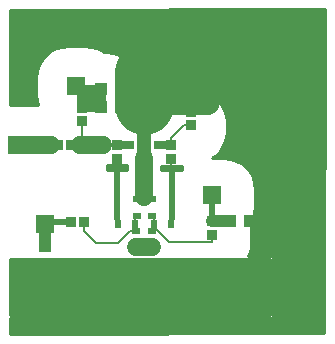
<source format=gbr>
G04 #@! TF.GenerationSoftware,KiCad,Pcbnew,5.1.5+dfsg1-2~bpo9+1*
G04 #@! TF.CreationDate,2020-05-12T16:19:05-04:00*
G04 #@! TF.ProjectId,local_oscillator,6c6f6361-6c5f-46f7-9363-696c6c61746f,rev?*
G04 #@! TF.SameCoordinates,PX3cfccb0PY1a39de0*
G04 #@! TF.FileFunction,Copper,L1,Top*
G04 #@! TF.FilePolarity,Positive*
%FSLAX46Y46*%
G04 Gerber Fmt 4.6, Leading zero omitted, Abs format (unit mm)*
G04 Created by KiCad (PCBNEW 5.1.5+dfsg1-2~bpo9+1) date 2020-05-12 16:19:05*
%MOMM*%
%LPD*%
G04 APERTURE LIST*
%ADD10R,0.899160X0.848360*%
%ADD11R,0.848360X0.899160*%
%ADD12R,1.099820X0.998220*%
%ADD13R,0.998220X1.099820*%
%ADD14R,1.500000X1.500000*%
%ADD15R,0.650000X1.000000*%
%ADD16R,1.000000X0.650000*%
%ADD17R,0.600000X0.700000*%
%ADD18R,0.700000X0.600000*%
%ADD19C,1.500000*%
%ADD20C,0.200000*%
%ADD21C,5.000000*%
%ADD22C,1.200000*%
%ADD23C,2.000000*%
%ADD24C,0.500000*%
%ADD25C,1.000000*%
%ADD26C,0.254000*%
G04 APERTURE END LIST*
D10*
X6325000Y-8491760D03*
X6325000Y-9650000D03*
X15600000Y-9979120D03*
X15600000Y-8820880D03*
X17350000Y-18070880D03*
X17350000Y-19229120D03*
D11*
X5370880Y-18200000D03*
X6529120Y-18200000D03*
D12*
X18901640Y-18050000D03*
X20598360Y-18050000D03*
D11*
X5429120Y-11675000D03*
X4270880Y-11675000D03*
D12*
X9623360Y-8400000D03*
X7926640Y-8400000D03*
X9621720Y-6925000D03*
X7925000Y-6925000D03*
D13*
X3250000Y-20201640D03*
X3250000Y-21898360D03*
D10*
X13900000Y-12829120D03*
X13900000Y-11670880D03*
X9300000Y-11670880D03*
X9300000Y-12829120D03*
D14*
X17350000Y-15900000D03*
X3250000Y-18350000D03*
D15*
X11600000Y-13000000D03*
D16*
X12950000Y-11650000D03*
D15*
X11600000Y-10300000D03*
D16*
X10250000Y-11650000D03*
D14*
X825000Y-11675000D03*
X5875000Y-6650000D03*
D17*
X12450000Y-18300000D03*
X13850000Y-18300000D03*
D18*
X12250000Y-17650000D03*
X12250000Y-16250000D03*
X12300000Y-18900000D03*
X12300000Y-20300000D03*
X10950000Y-18900000D03*
X10950000Y-20300000D03*
X11000000Y-17650000D03*
X11000000Y-16250000D03*
D17*
X10800000Y-18300000D03*
X9400000Y-18300000D03*
D19*
X3741760Y-11675000D02*
X1800000Y-11675000D01*
D20*
X11600000Y-10300000D02*
X11600000Y-9600000D01*
D21*
X11600000Y-8275000D02*
X11600000Y-5500000D01*
D22*
X11600000Y-13000000D02*
X11600000Y-10300000D01*
D20*
X9810000Y-21620000D02*
X13960000Y-21620000D01*
X9260000Y-21620000D02*
X9810000Y-21620000D01*
D19*
X11600000Y-12750000D02*
X11600000Y-16050000D01*
D23*
X17050000Y-8100000D02*
X14245460Y-8100000D01*
D20*
X14070460Y-8275000D02*
X14245460Y-8100000D01*
X11600000Y-8275000D02*
X14070460Y-8275000D01*
X1801640Y-23201640D02*
X1900000Y-23300000D01*
X7358240Y-11670880D02*
X7354120Y-11675000D01*
D19*
X8150000Y-11670880D02*
X6208240Y-11670880D01*
D20*
X6325000Y-11670880D02*
X6325000Y-9650000D01*
X8287640Y-11650000D02*
X8266760Y-11670880D01*
X10250000Y-11650000D02*
X8287640Y-11650000D01*
X13900000Y-18260000D02*
X13960000Y-18320000D01*
X13900000Y-13600000D02*
X14700000Y-13600000D01*
X13900000Y-12829120D02*
X13900000Y-13600000D01*
X13900000Y-13600000D02*
X13900000Y-18260000D01*
X13900000Y-11029540D02*
X13900000Y-11046700D01*
X14950420Y-9979120D02*
X13900000Y-11029540D01*
X13900000Y-11046700D02*
X13900000Y-11670880D01*
X15600000Y-9979120D02*
X14950420Y-9979120D01*
X12970880Y-11670880D02*
X12950000Y-11650000D01*
X13900000Y-11670880D02*
X12970880Y-11670880D01*
D19*
X10950000Y-20300000D02*
X12300000Y-20300000D01*
D20*
X3420880Y-18179120D02*
X3250000Y-18350000D01*
D24*
X5500000Y-18179120D02*
X3420880Y-18179120D01*
D25*
X3250000Y-20201640D02*
X3250000Y-18350000D01*
D24*
X17350000Y-17750000D02*
X17350000Y-16203300D01*
D20*
X17350000Y-18070880D02*
X17350000Y-17446700D01*
X17370880Y-18050000D02*
X17350000Y-18070880D01*
D25*
X18901640Y-18050000D02*
X17370880Y-18050000D01*
D20*
X10950000Y-18900000D02*
X10400000Y-18900000D01*
X10400000Y-18900000D02*
X9350000Y-19950000D01*
X10800000Y-17850000D02*
X11000000Y-17650000D01*
X10800000Y-18300000D02*
X10800000Y-17850000D01*
X10800000Y-18750000D02*
X10950000Y-18900000D01*
X10800000Y-18300000D02*
X10800000Y-18750000D01*
X9350000Y-19950000D02*
X7550000Y-19950000D01*
X6529120Y-18929120D02*
X6529120Y-18200000D01*
X7550000Y-19950000D02*
X6529120Y-18929120D01*
X9300000Y-12829120D02*
X9300000Y-17750000D01*
X9400000Y-18300000D02*
X9400000Y-17900000D01*
X9300000Y-17800000D02*
X9300000Y-17750000D01*
X9400000Y-17900000D02*
X9300000Y-17800000D01*
X17109120Y-19470000D02*
X17350000Y-19229120D01*
X12450000Y-18850000D02*
X12450000Y-18300000D01*
X17350000Y-19853300D02*
X17350000Y-19229120D01*
X13700000Y-19900000D02*
X17303300Y-19900000D01*
X17303300Y-19900000D02*
X17350000Y-19853300D01*
X12500000Y-18700000D02*
X13700000Y-19900000D01*
X12450000Y-17850000D02*
X12250000Y-17650000D01*
X12450000Y-18300000D02*
X12450000Y-17850000D01*
D26*
G36*
X10168000Y-13758000D02*
G01*
X9550000Y-13758000D01*
X9525224Y-13760440D01*
X9501399Y-13767667D01*
X9479443Y-13779403D01*
X9460197Y-13795197D01*
X9444403Y-13814443D01*
X9432667Y-13836399D01*
X9425440Y-13860224D01*
X9423000Y-13885000D01*
X9423001Y-17902660D01*
X9177000Y-17902660D01*
X9177000Y-13885000D01*
X9174560Y-13860224D01*
X9167333Y-13836399D01*
X9155597Y-13814443D01*
X9139803Y-13795197D01*
X9120557Y-13779403D01*
X9098601Y-13767667D01*
X9074776Y-13760440D01*
X9050000Y-13758000D01*
X8422000Y-13758000D01*
X8422000Y-13362000D01*
X10168000Y-13362000D01*
X10168000Y-13758000D01*
G37*
X10168000Y-13758000D02*
X9550000Y-13758000D01*
X9525224Y-13760440D01*
X9501399Y-13767667D01*
X9479443Y-13779403D01*
X9460197Y-13795197D01*
X9444403Y-13814443D01*
X9432667Y-13836399D01*
X9425440Y-13860224D01*
X9423000Y-13885000D01*
X9423001Y-17902660D01*
X9177000Y-17902660D01*
X9177000Y-13885000D01*
X9174560Y-13860224D01*
X9167333Y-13836399D01*
X9155597Y-13814443D01*
X9139803Y-13795197D01*
X9120557Y-13779403D01*
X9098601Y-13767667D01*
X9074776Y-13760440D01*
X9050000Y-13758000D01*
X8422000Y-13758000D01*
X8422000Y-13362000D01*
X10168000Y-13362000D01*
X10168000Y-13758000D01*
G36*
X14808000Y-13778000D02*
G01*
X14190000Y-13778000D01*
X14165224Y-13780440D01*
X14141399Y-13787667D01*
X14119443Y-13799403D01*
X14100197Y-13815197D01*
X14084403Y-13834443D01*
X14072667Y-13856399D01*
X14065440Y-13880224D01*
X14063000Y-13905000D01*
X14063001Y-17922660D01*
X13817000Y-17922660D01*
X13817000Y-13905000D01*
X13814560Y-13880224D01*
X13807333Y-13856399D01*
X13795597Y-13834443D01*
X13779803Y-13815197D01*
X13760557Y-13799403D01*
X13738601Y-13787667D01*
X13714776Y-13780440D01*
X13690000Y-13778000D01*
X13062000Y-13778000D01*
X13062000Y-13382000D01*
X14808000Y-13382000D01*
X14808000Y-13778000D01*
G37*
X14808000Y-13778000D02*
X14190000Y-13778000D01*
X14165224Y-13780440D01*
X14141399Y-13787667D01*
X14119443Y-13799403D01*
X14100197Y-13815197D01*
X14084403Y-13834443D01*
X14072667Y-13856399D01*
X14065440Y-13880224D01*
X14063000Y-13905000D01*
X14063001Y-17922660D01*
X13817000Y-17922660D01*
X13817000Y-13905000D01*
X13814560Y-13880224D01*
X13807333Y-13856399D01*
X13795597Y-13834443D01*
X13779803Y-13815197D01*
X13760557Y-13799403D01*
X13738601Y-13787667D01*
X13714776Y-13780440D01*
X13690000Y-13778000D01*
X13062000Y-13778000D01*
X13062000Y-13382000D01*
X14808000Y-13382000D01*
X14808000Y-13778000D01*
G36*
X26824356Y-27554808D02*
G01*
X242659Y-27672436D01*
X243033Y-26277000D01*
X22350000Y-26277000D01*
X22374776Y-26274560D01*
X22398601Y-26267333D01*
X22420557Y-26255597D01*
X22439803Y-26239803D01*
X22455597Y-26220557D01*
X22467333Y-26198601D01*
X22474560Y-26174776D01*
X22477000Y-26150000D01*
X22477000Y-21150000D01*
X22474560Y-21125224D01*
X22467333Y-21101399D01*
X22455597Y-21079443D01*
X22439803Y-21060197D01*
X22420557Y-21044403D01*
X22398601Y-21032667D01*
X22374776Y-21025440D01*
X22350000Y-21023000D01*
X20429811Y-21023000D01*
X20488354Y-20913473D01*
X20638569Y-20418282D01*
X20689290Y-19903300D01*
X20689290Y-19054940D01*
X20674030Y-18900000D01*
X20689290Y-18745060D01*
X20689290Y-18096295D01*
X20788774Y-17910173D01*
X20938989Y-17414982D01*
X20989710Y-16900000D01*
X20989710Y-15400000D01*
X20938989Y-14885018D01*
X20788774Y-14389827D01*
X20544839Y-13933456D01*
X20216557Y-13533443D01*
X19816544Y-13205161D01*
X19360173Y-12961226D01*
X18864982Y-12811011D01*
X18350000Y-12760290D01*
X17316730Y-12760290D01*
X17333555Y-12743464D01*
X17337720Y-12740047D01*
X17416124Y-12698139D01*
X17816137Y-12369857D01*
X18144419Y-11969844D01*
X18388354Y-11513473D01*
X18538569Y-11018282D01*
X18589290Y-10503300D01*
X18589290Y-9654940D01*
X18538569Y-9139958D01*
X18388354Y-8644767D01*
X18144419Y-8188396D01*
X17816137Y-7788383D01*
X17416124Y-7460101D01*
X16959753Y-7216166D01*
X16464562Y-7065951D01*
X15949580Y-7015230D01*
X15050420Y-7015230D01*
X14535438Y-7065951D01*
X14040247Y-7216166D01*
X13583876Y-7460101D01*
X13183863Y-7788383D01*
X12855581Y-8188396D01*
X12611646Y-8644767D01*
X12599353Y-8685290D01*
X12450000Y-8685290D01*
X11935018Y-8736011D01*
X11600000Y-8837638D01*
X11264982Y-8736011D01*
X11116260Y-8721363D01*
X11116260Y-7900890D01*
X11091961Y-7654174D01*
X11114620Y-7424110D01*
X11114620Y-6425890D01*
X11063899Y-5910908D01*
X10913684Y-5415717D01*
X10669749Y-4959346D01*
X10341467Y-4559333D01*
X9941454Y-4231051D01*
X9485083Y-3987116D01*
X8989892Y-3836901D01*
X8474910Y-3786180D01*
X8190266Y-3786180D01*
X8091544Y-3705161D01*
X7635173Y-3461226D01*
X7139982Y-3311011D01*
X6625000Y-3260290D01*
X5125000Y-3260290D01*
X4610018Y-3311011D01*
X4114827Y-3461226D01*
X3658456Y-3705161D01*
X3258443Y-4033443D01*
X2930161Y-4433456D01*
X2686226Y-4889827D01*
X2536011Y-5385018D01*
X2485290Y-5900000D01*
X2485290Y-7400000D01*
X2536011Y-7914982D01*
X2652199Y-8298000D01*
X1704048Y-8298000D01*
X1575000Y-8285290D01*
X247851Y-8285290D01*
X250013Y-211052D01*
X26949371Y-142951D01*
X26824356Y-27554808D01*
G37*
X26824356Y-27554808D02*
X242659Y-27672436D01*
X243033Y-26277000D01*
X22350000Y-26277000D01*
X22374776Y-26274560D01*
X22398601Y-26267333D01*
X22420557Y-26255597D01*
X22439803Y-26239803D01*
X22455597Y-26220557D01*
X22467333Y-26198601D01*
X22474560Y-26174776D01*
X22477000Y-26150000D01*
X22477000Y-21150000D01*
X22474560Y-21125224D01*
X22467333Y-21101399D01*
X22455597Y-21079443D01*
X22439803Y-21060197D01*
X22420557Y-21044403D01*
X22398601Y-21032667D01*
X22374776Y-21025440D01*
X22350000Y-21023000D01*
X20429811Y-21023000D01*
X20488354Y-20913473D01*
X20638569Y-20418282D01*
X20689290Y-19903300D01*
X20689290Y-19054940D01*
X20674030Y-18900000D01*
X20689290Y-18745060D01*
X20689290Y-18096295D01*
X20788774Y-17910173D01*
X20938989Y-17414982D01*
X20989710Y-16900000D01*
X20989710Y-15400000D01*
X20938989Y-14885018D01*
X20788774Y-14389827D01*
X20544839Y-13933456D01*
X20216557Y-13533443D01*
X19816544Y-13205161D01*
X19360173Y-12961226D01*
X18864982Y-12811011D01*
X18350000Y-12760290D01*
X17316730Y-12760290D01*
X17333555Y-12743464D01*
X17337720Y-12740047D01*
X17416124Y-12698139D01*
X17816137Y-12369857D01*
X18144419Y-11969844D01*
X18388354Y-11513473D01*
X18538569Y-11018282D01*
X18589290Y-10503300D01*
X18589290Y-9654940D01*
X18538569Y-9139958D01*
X18388354Y-8644767D01*
X18144419Y-8188396D01*
X17816137Y-7788383D01*
X17416124Y-7460101D01*
X16959753Y-7216166D01*
X16464562Y-7065951D01*
X15949580Y-7015230D01*
X15050420Y-7015230D01*
X14535438Y-7065951D01*
X14040247Y-7216166D01*
X13583876Y-7460101D01*
X13183863Y-7788383D01*
X12855581Y-8188396D01*
X12611646Y-8644767D01*
X12599353Y-8685290D01*
X12450000Y-8685290D01*
X11935018Y-8736011D01*
X11600000Y-8837638D01*
X11264982Y-8736011D01*
X11116260Y-8721363D01*
X11116260Y-7900890D01*
X11091961Y-7654174D01*
X11114620Y-7424110D01*
X11114620Y-6425890D01*
X11063899Y-5910908D01*
X10913684Y-5415717D01*
X10669749Y-4959346D01*
X10341467Y-4559333D01*
X9941454Y-4231051D01*
X9485083Y-3987116D01*
X8989892Y-3836901D01*
X8474910Y-3786180D01*
X8190266Y-3786180D01*
X8091544Y-3705161D01*
X7635173Y-3461226D01*
X7139982Y-3311011D01*
X6625000Y-3260290D01*
X5125000Y-3260290D01*
X4610018Y-3311011D01*
X4114827Y-3461226D01*
X3658456Y-3705161D01*
X3258443Y-4033443D01*
X2930161Y-4433456D01*
X2686226Y-4889827D01*
X2536011Y-5385018D01*
X2485290Y-5900000D01*
X2485290Y-7400000D01*
X2536011Y-7914982D01*
X2652199Y-8298000D01*
X1704048Y-8298000D01*
X1575000Y-8285290D01*
X247851Y-8285290D01*
X250013Y-211052D01*
X26949371Y-142951D01*
X26824356Y-27554808D01*
G36*
X22223000Y-26023000D02*
G01*
X277000Y-26023000D01*
X277000Y-21277000D01*
X22223000Y-21277000D01*
X22223000Y-26023000D01*
G37*
X22223000Y-26023000D02*
X277000Y-26023000D01*
X277000Y-21277000D01*
X22223000Y-21277000D01*
X22223000Y-26023000D01*
G36*
X8223000Y-8673000D02*
G01*
X5977000Y-8673000D01*
X5977000Y-6627000D01*
X8223000Y-6627000D01*
X8223000Y-8673000D01*
G37*
X8223000Y-8673000D02*
X5977000Y-8673000D01*
X5977000Y-6627000D01*
X8223000Y-6627000D01*
X8223000Y-8673000D01*
M02*

</source>
